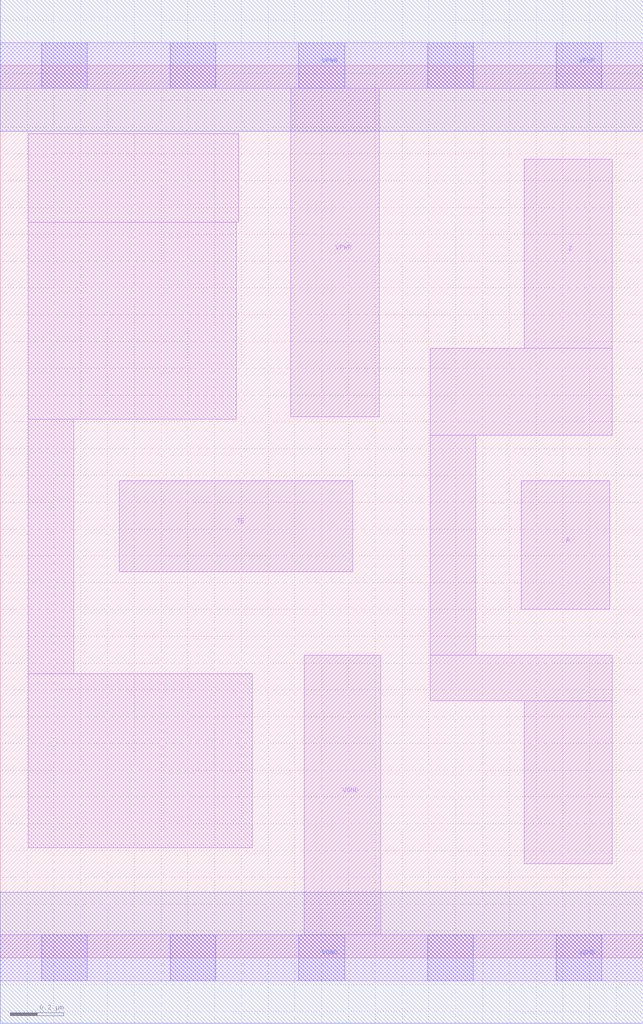
<source format=lef>
# Copyright 2020 The SkyWater PDK Authors
#
# Licensed under the Apache License, Version 2.0 (the "License");
# you may not use this file except in compliance with the License.
# You may obtain a copy of the License at
#
#     https://www.apache.org/licenses/LICENSE-2.0
#
# Unless required by applicable law or agreed to in writing, software
# distributed under the License is distributed on an "AS IS" BASIS,
# WITHOUT WARRANTIES OR CONDITIONS OF ANY KIND, either express or implied.
# See the License for the specific language governing permissions and
# limitations under the License.
#
# SPDX-License-Identifier: Apache-2.0

VERSION 5.7 ;
  NAMESCASESENSITIVE ON ;
  NOWIREEXTENSIONATPIN ON ;
  DIVIDERCHAR "/" ;
  BUSBITCHARS "[]" ;
UNITS
  DATABASE MICRONS 200 ;
END UNITS
MACRO sky130_fd_sc_ls__einvp_1
  CLASS CORE ;
  SOURCE USER ;
  FOREIGN sky130_fd_sc_ls__einvp_1 ;
  ORIGIN  0.000000  0.000000 ;
  SIZE  2.400000 BY  3.330000 ;
  SYMMETRY X Y ;
  SITE unit ;
  PIN A
    ANTENNAGATEAREA  0.261000 ;
    DIRECTION INPUT ;
    USE SIGNAL ;
    PORT
      LAYER li1 ;
        RECT 1.945000 1.300000 2.275000 1.780000 ;
    END
  END A
  PIN TE
    ANTENNAGATEAREA  0.237000 ;
    DIRECTION INPUT ;
    USE SIGNAL ;
    PORT
      LAYER li1 ;
        RECT 0.445000 1.440000 1.315000 1.780000 ;
    END
  END TE
  PIN Z
    ANTENNADIFFAREA  0.505900 ;
    DIRECTION OUTPUT ;
    USE SIGNAL ;
    PORT
      LAYER li1 ;
        RECT 1.605000 0.960000 2.285000 1.130000 ;
        RECT 1.605000 1.130000 1.775000 1.950000 ;
        RECT 1.605000 1.950000 2.285000 2.275000 ;
        RECT 1.955000 0.350000 2.285000 0.960000 ;
        RECT 1.955000 2.275000 2.285000 2.980000 ;
    END
  END Z
  PIN VGND
    DIRECTION INOUT ;
    SHAPE ABUTMENT ;
    USE GROUND ;
    PORT
      LAYER li1 ;
        RECT 0.000000 -0.085000 2.400000 0.085000 ;
        RECT 1.135000  0.085000 1.420000 1.130000 ;
      LAYER mcon ;
        RECT 0.155000 -0.085000 0.325000 0.085000 ;
        RECT 0.635000 -0.085000 0.805000 0.085000 ;
        RECT 1.115000 -0.085000 1.285000 0.085000 ;
        RECT 1.595000 -0.085000 1.765000 0.085000 ;
        RECT 2.075000 -0.085000 2.245000 0.085000 ;
      LAYER met1 ;
        RECT 0.000000 -0.245000 2.400000 0.245000 ;
    END
  END VGND
  PIN VPWR
    DIRECTION INOUT ;
    SHAPE ABUTMENT ;
    USE POWER ;
    PORT
      LAYER li1 ;
        RECT 0.000000 3.245000 2.400000 3.415000 ;
        RECT 1.085000 2.020000 1.415000 3.245000 ;
      LAYER mcon ;
        RECT 0.155000 3.245000 0.325000 3.415000 ;
        RECT 0.635000 3.245000 0.805000 3.415000 ;
        RECT 1.115000 3.245000 1.285000 3.415000 ;
        RECT 1.595000 3.245000 1.765000 3.415000 ;
        RECT 2.075000 3.245000 2.245000 3.415000 ;
      LAYER met1 ;
        RECT 0.000000 3.085000 2.400000 3.575000 ;
    END
  END VPWR
  OBS
    LAYER li1 ;
      RECT 0.105000 0.410000 0.940000 1.060000 ;
      RECT 0.105000 1.060000 0.275000 2.010000 ;
      RECT 0.105000 2.010000 0.880000 2.745000 ;
      RECT 0.105000 2.745000 0.890000 3.075000 ;
  END
END sky130_fd_sc_ls__einvp_1

</source>
